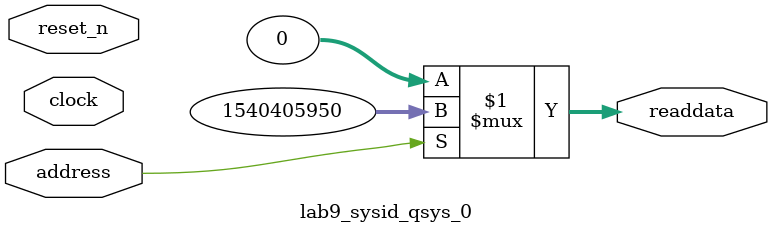
<source format=v>



// synthesis translate_off
`timescale 1ns / 1ps
// synthesis translate_on

// turn off superfluous verilog processor warnings 
// altera message_level Level1 
// altera message_off 10034 10035 10036 10037 10230 10240 10030 

module lab9_sysid_qsys_0 (
               // inputs:
                address,
                clock,
                reset_n,

               // outputs:
                readdata
             )
;

  output  [ 31: 0] readdata;
  input            address;
  input            clock;
  input            reset_n;

  wire    [ 31: 0] readdata;
  //control_slave, which is an e_avalon_slave
  assign readdata = address ? 1540405950 : 0;

endmodule



</source>
